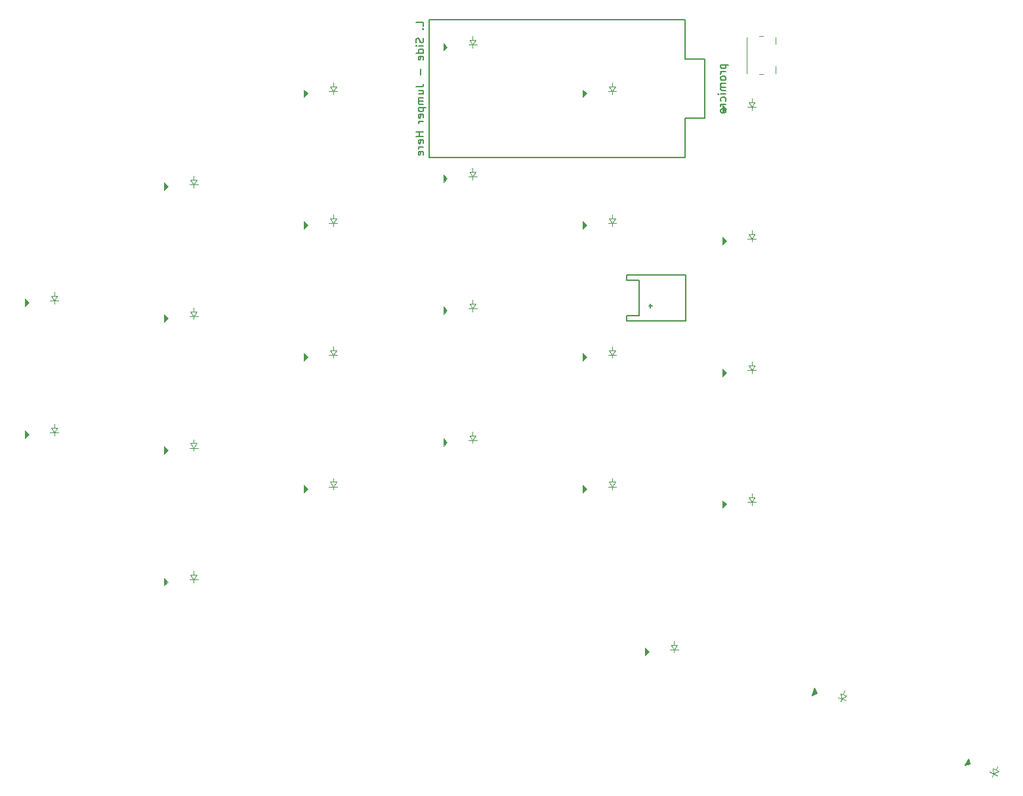
<source format=gbr>
%TF.GenerationSoftware,KiCad,Pcbnew,9.0.6*%
%TF.CreationDate,2025-11-05T17:55:23+01:00*%
%TF.ProjectId,main_pcb,6d61696e-5f70-4636-922e-6b696361645f,v1.0.0*%
%TF.SameCoordinates,Original*%
%TF.FileFunction,Legend,Bot*%
%TF.FilePolarity,Positive*%
%FSLAX46Y46*%
G04 Gerber Fmt 4.6, Leading zero omitted, Abs format (unit mm)*
G04 Created by KiCad (PCBNEW 9.0.6) date 2025-11-05 17:55:23*
%MOMM*%
%LPD*%
G01*
G04 APERTURE LIST*
%ADD10C,0.150000*%
%ADD11C,0.120000*%
%ADD12C,0.100000*%
G04 APERTURE END LIST*
D10*
X175788152Y-87428571D02*
X176788152Y-87428571D01*
X175835771Y-87428571D02*
X175788152Y-87523809D01*
X175788152Y-87523809D02*
X175788152Y-87714285D01*
X175788152Y-87714285D02*
X175835771Y-87809523D01*
X175835771Y-87809523D02*
X175883390Y-87857142D01*
X175883390Y-87857142D02*
X175978628Y-87904761D01*
X175978628Y-87904761D02*
X176264342Y-87904761D01*
X176264342Y-87904761D02*
X176359580Y-87857142D01*
X176359580Y-87857142D02*
X176407200Y-87809523D01*
X176407200Y-87809523D02*
X176454819Y-87714285D01*
X176454819Y-87714285D02*
X176454819Y-87523809D01*
X176454819Y-87523809D02*
X176407200Y-87428571D01*
X176454819Y-88333333D02*
X175788152Y-88333333D01*
X175978628Y-88333333D02*
X175883390Y-88380952D01*
X175883390Y-88380952D02*
X175835771Y-88428571D01*
X175835771Y-88428571D02*
X175788152Y-88523809D01*
X175788152Y-88523809D02*
X175788152Y-88619047D01*
X176454819Y-89095238D02*
X176407200Y-89000000D01*
X176407200Y-89000000D02*
X176359580Y-88952381D01*
X176359580Y-88952381D02*
X176264342Y-88904762D01*
X176264342Y-88904762D02*
X175978628Y-88904762D01*
X175978628Y-88904762D02*
X175883390Y-88952381D01*
X175883390Y-88952381D02*
X175835771Y-89000000D01*
X175835771Y-89000000D02*
X175788152Y-89095238D01*
X175788152Y-89095238D02*
X175788152Y-89238095D01*
X175788152Y-89238095D02*
X175835771Y-89333333D01*
X175835771Y-89333333D02*
X175883390Y-89380952D01*
X175883390Y-89380952D02*
X175978628Y-89428571D01*
X175978628Y-89428571D02*
X176264342Y-89428571D01*
X176264342Y-89428571D02*
X176359580Y-89380952D01*
X176359580Y-89380952D02*
X176407200Y-89333333D01*
X176407200Y-89333333D02*
X176454819Y-89238095D01*
X176454819Y-89238095D02*
X176454819Y-89095238D01*
X176454819Y-89857143D02*
X175788152Y-89857143D01*
X175883390Y-89857143D02*
X175835771Y-89904762D01*
X175835771Y-89904762D02*
X175788152Y-90000000D01*
X175788152Y-90000000D02*
X175788152Y-90142857D01*
X175788152Y-90142857D02*
X175835771Y-90238095D01*
X175835771Y-90238095D02*
X175931009Y-90285714D01*
X175931009Y-90285714D02*
X176454819Y-90285714D01*
X175931009Y-90285714D02*
X175835771Y-90333333D01*
X175835771Y-90333333D02*
X175788152Y-90428571D01*
X175788152Y-90428571D02*
X175788152Y-90571428D01*
X175788152Y-90571428D02*
X175835771Y-90666667D01*
X175835771Y-90666667D02*
X175931009Y-90714286D01*
X175931009Y-90714286D02*
X176454819Y-90714286D01*
X176454819Y-91190476D02*
X175788152Y-91190476D01*
X175454819Y-91190476D02*
X175502438Y-91142857D01*
X175502438Y-91142857D02*
X175550057Y-91190476D01*
X175550057Y-91190476D02*
X175502438Y-91238095D01*
X175502438Y-91238095D02*
X175454819Y-91190476D01*
X175454819Y-91190476D02*
X175550057Y-91190476D01*
X176407200Y-92095237D02*
X176454819Y-91999999D01*
X176454819Y-91999999D02*
X176454819Y-91809523D01*
X176454819Y-91809523D02*
X176407200Y-91714285D01*
X176407200Y-91714285D02*
X176359580Y-91666666D01*
X176359580Y-91666666D02*
X176264342Y-91619047D01*
X176264342Y-91619047D02*
X175978628Y-91619047D01*
X175978628Y-91619047D02*
X175883390Y-91666666D01*
X175883390Y-91666666D02*
X175835771Y-91714285D01*
X175835771Y-91714285D02*
X175788152Y-91809523D01*
X175788152Y-91809523D02*
X175788152Y-91999999D01*
X175788152Y-91999999D02*
X175835771Y-92095237D01*
X176454819Y-92523809D02*
X175788152Y-92523809D01*
X175978628Y-92523809D02*
X175883390Y-92571428D01*
X175883390Y-92571428D02*
X175835771Y-92619047D01*
X175835771Y-92619047D02*
X175788152Y-92714285D01*
X175788152Y-92714285D02*
X175788152Y-92809523D01*
X176454819Y-93285714D02*
X176407200Y-93190476D01*
X176407200Y-93190476D02*
X176359580Y-93142857D01*
X176359580Y-93142857D02*
X176264342Y-93095238D01*
X176264342Y-93095238D02*
X175978628Y-93095238D01*
X175978628Y-93095238D02*
X175883390Y-93142857D01*
X175883390Y-93142857D02*
X175835771Y-93190476D01*
X175835771Y-93190476D02*
X175788152Y-93285714D01*
X175788152Y-93285714D02*
X175788152Y-93428571D01*
X175788152Y-93428571D02*
X175835771Y-93523809D01*
X175835771Y-93523809D02*
X175883390Y-93571428D01*
X175883390Y-93571428D02*
X175978628Y-93619047D01*
X175978628Y-93619047D02*
X176264342Y-93619047D01*
X176264342Y-93619047D02*
X176359580Y-93571428D01*
X176359580Y-93571428D02*
X176407200Y-93523809D01*
X176407200Y-93523809D02*
X176454819Y-93428571D01*
X176454819Y-93428571D02*
X176454819Y-93285714D01*
X137454819Y-82452380D02*
X137454819Y-81976190D01*
X137454819Y-81976190D02*
X136454819Y-81976190D01*
X137359580Y-82785714D02*
X137407200Y-82833333D01*
X137407200Y-82833333D02*
X137454819Y-82785714D01*
X137454819Y-82785714D02*
X137407200Y-82738095D01*
X137407200Y-82738095D02*
X137359580Y-82785714D01*
X137359580Y-82785714D02*
X137454819Y-82785714D01*
X137407200Y-83976190D02*
X137454819Y-84119047D01*
X137454819Y-84119047D02*
X137454819Y-84357142D01*
X137454819Y-84357142D02*
X137407200Y-84452380D01*
X137407200Y-84452380D02*
X137359580Y-84499999D01*
X137359580Y-84499999D02*
X137264342Y-84547618D01*
X137264342Y-84547618D02*
X137169104Y-84547618D01*
X137169104Y-84547618D02*
X137073866Y-84499999D01*
X137073866Y-84499999D02*
X137026247Y-84452380D01*
X137026247Y-84452380D02*
X136978628Y-84357142D01*
X136978628Y-84357142D02*
X136931009Y-84166666D01*
X136931009Y-84166666D02*
X136883390Y-84071428D01*
X136883390Y-84071428D02*
X136835771Y-84023809D01*
X136835771Y-84023809D02*
X136740533Y-83976190D01*
X136740533Y-83976190D02*
X136645295Y-83976190D01*
X136645295Y-83976190D02*
X136550057Y-84023809D01*
X136550057Y-84023809D02*
X136502438Y-84071428D01*
X136502438Y-84071428D02*
X136454819Y-84166666D01*
X136454819Y-84166666D02*
X136454819Y-84404761D01*
X136454819Y-84404761D02*
X136502438Y-84547618D01*
X137454819Y-84976190D02*
X136788152Y-84976190D01*
X136454819Y-84976190D02*
X136502438Y-84928571D01*
X136502438Y-84928571D02*
X136550057Y-84976190D01*
X136550057Y-84976190D02*
X136502438Y-85023809D01*
X136502438Y-85023809D02*
X136454819Y-84976190D01*
X136454819Y-84976190D02*
X136550057Y-84976190D01*
X137454819Y-85880951D02*
X136454819Y-85880951D01*
X137407200Y-85880951D02*
X137454819Y-85785713D01*
X137454819Y-85785713D02*
X137454819Y-85595237D01*
X137454819Y-85595237D02*
X137407200Y-85499999D01*
X137407200Y-85499999D02*
X137359580Y-85452380D01*
X137359580Y-85452380D02*
X137264342Y-85404761D01*
X137264342Y-85404761D02*
X136978628Y-85404761D01*
X136978628Y-85404761D02*
X136883390Y-85452380D01*
X136883390Y-85452380D02*
X136835771Y-85499999D01*
X136835771Y-85499999D02*
X136788152Y-85595237D01*
X136788152Y-85595237D02*
X136788152Y-85785713D01*
X136788152Y-85785713D02*
X136835771Y-85880951D01*
X137407200Y-86738094D02*
X137454819Y-86642856D01*
X137454819Y-86642856D02*
X137454819Y-86452380D01*
X137454819Y-86452380D02*
X137407200Y-86357142D01*
X137407200Y-86357142D02*
X137311961Y-86309523D01*
X137311961Y-86309523D02*
X136931009Y-86309523D01*
X136931009Y-86309523D02*
X136835771Y-86357142D01*
X136835771Y-86357142D02*
X136788152Y-86452380D01*
X136788152Y-86452380D02*
X136788152Y-86642856D01*
X136788152Y-86642856D02*
X136835771Y-86738094D01*
X136835771Y-86738094D02*
X136931009Y-86785713D01*
X136931009Y-86785713D02*
X137026247Y-86785713D01*
X137026247Y-86785713D02*
X137121485Y-86309523D01*
X137073866Y-87976190D02*
X137073866Y-88738095D01*
X136454819Y-90261904D02*
X137169104Y-90261904D01*
X137169104Y-90261904D02*
X137311961Y-90214285D01*
X137311961Y-90214285D02*
X137407200Y-90119047D01*
X137407200Y-90119047D02*
X137454819Y-89976190D01*
X137454819Y-89976190D02*
X137454819Y-89880952D01*
X136788152Y-91166666D02*
X137454819Y-91166666D01*
X136788152Y-90738095D02*
X137311961Y-90738095D01*
X137311961Y-90738095D02*
X137407200Y-90785714D01*
X137407200Y-90785714D02*
X137454819Y-90880952D01*
X137454819Y-90880952D02*
X137454819Y-91023809D01*
X137454819Y-91023809D02*
X137407200Y-91119047D01*
X137407200Y-91119047D02*
X137359580Y-91166666D01*
X137454819Y-91642857D02*
X136788152Y-91642857D01*
X136883390Y-91642857D02*
X136835771Y-91690476D01*
X136835771Y-91690476D02*
X136788152Y-91785714D01*
X136788152Y-91785714D02*
X136788152Y-91928571D01*
X136788152Y-91928571D02*
X136835771Y-92023809D01*
X136835771Y-92023809D02*
X136931009Y-92071428D01*
X136931009Y-92071428D02*
X137454819Y-92071428D01*
X136931009Y-92071428D02*
X136835771Y-92119047D01*
X136835771Y-92119047D02*
X136788152Y-92214285D01*
X136788152Y-92214285D02*
X136788152Y-92357142D01*
X136788152Y-92357142D02*
X136835771Y-92452381D01*
X136835771Y-92452381D02*
X136931009Y-92500000D01*
X136931009Y-92500000D02*
X137454819Y-92500000D01*
X136788152Y-92976190D02*
X137788152Y-92976190D01*
X136835771Y-92976190D02*
X136788152Y-93071428D01*
X136788152Y-93071428D02*
X136788152Y-93261904D01*
X136788152Y-93261904D02*
X136835771Y-93357142D01*
X136835771Y-93357142D02*
X136883390Y-93404761D01*
X136883390Y-93404761D02*
X136978628Y-93452380D01*
X136978628Y-93452380D02*
X137264342Y-93452380D01*
X137264342Y-93452380D02*
X137359580Y-93404761D01*
X137359580Y-93404761D02*
X137407200Y-93357142D01*
X137407200Y-93357142D02*
X137454819Y-93261904D01*
X137454819Y-93261904D02*
X137454819Y-93071428D01*
X137454819Y-93071428D02*
X137407200Y-92976190D01*
X137407200Y-94261904D02*
X137454819Y-94166666D01*
X137454819Y-94166666D02*
X137454819Y-93976190D01*
X137454819Y-93976190D02*
X137407200Y-93880952D01*
X137407200Y-93880952D02*
X137311961Y-93833333D01*
X137311961Y-93833333D02*
X136931009Y-93833333D01*
X136931009Y-93833333D02*
X136835771Y-93880952D01*
X136835771Y-93880952D02*
X136788152Y-93976190D01*
X136788152Y-93976190D02*
X136788152Y-94166666D01*
X136788152Y-94166666D02*
X136835771Y-94261904D01*
X136835771Y-94261904D02*
X136931009Y-94309523D01*
X136931009Y-94309523D02*
X137026247Y-94309523D01*
X137026247Y-94309523D02*
X137121485Y-93833333D01*
X137454819Y-94738095D02*
X136788152Y-94738095D01*
X136978628Y-94738095D02*
X136883390Y-94785714D01*
X136883390Y-94785714D02*
X136835771Y-94833333D01*
X136835771Y-94833333D02*
X136788152Y-94928571D01*
X136788152Y-94928571D02*
X136788152Y-95023809D01*
X137454819Y-96119048D02*
X136454819Y-96119048D01*
X136931009Y-96119048D02*
X136931009Y-96690476D01*
X137454819Y-96690476D02*
X136454819Y-96690476D01*
X137407200Y-97547619D02*
X137454819Y-97452381D01*
X137454819Y-97452381D02*
X137454819Y-97261905D01*
X137454819Y-97261905D02*
X137407200Y-97166667D01*
X137407200Y-97166667D02*
X137311961Y-97119048D01*
X137311961Y-97119048D02*
X136931009Y-97119048D01*
X136931009Y-97119048D02*
X136835771Y-97166667D01*
X136835771Y-97166667D02*
X136788152Y-97261905D01*
X136788152Y-97261905D02*
X136788152Y-97452381D01*
X136788152Y-97452381D02*
X136835771Y-97547619D01*
X136835771Y-97547619D02*
X136931009Y-97595238D01*
X136931009Y-97595238D02*
X137026247Y-97595238D01*
X137026247Y-97595238D02*
X137121485Y-97119048D01*
X137454819Y-98023810D02*
X136788152Y-98023810D01*
X136978628Y-98023810D02*
X136883390Y-98071429D01*
X136883390Y-98071429D02*
X136835771Y-98119048D01*
X136835771Y-98119048D02*
X136788152Y-98214286D01*
X136788152Y-98214286D02*
X136788152Y-98309524D01*
X137407200Y-99023810D02*
X137454819Y-98928572D01*
X137454819Y-98928572D02*
X137454819Y-98738096D01*
X137454819Y-98738096D02*
X137407200Y-98642858D01*
X137407200Y-98642858D02*
X137311961Y-98595239D01*
X137311961Y-98595239D02*
X136931009Y-98595239D01*
X136931009Y-98595239D02*
X136835771Y-98642858D01*
X136835771Y-98642858D02*
X136788152Y-98738096D01*
X136788152Y-98738096D02*
X136788152Y-98928572D01*
X136788152Y-98928572D02*
X136835771Y-99023810D01*
X136835771Y-99023810D02*
X136931009Y-99071429D01*
X136931009Y-99071429D02*
X137026247Y-99071429D01*
X137026247Y-99071429D02*
X137121485Y-98595239D01*
%TO.C,*%
X138220000Y-81610000D02*
X138220000Y-99390000D01*
X138220000Y-99390000D02*
X171240000Y-99390000D01*
X171240000Y-99390000D02*
X171240000Y-94310000D01*
X171240000Y-94310000D02*
X173780000Y-94310000D01*
X173780000Y-94310000D02*
X173780000Y-86690000D01*
X173780000Y-86690000D02*
X171240000Y-86690000D01*
X171240000Y-86690000D02*
X171240000Y-81610000D01*
X171240000Y-81610000D02*
X138220000Y-81610000D01*
D11*
%TO.C,B1*%
X180725000Y-83750000D02*
X181275000Y-83750000D01*
X182850000Y-84775000D02*
X182850000Y-83850000D01*
X182850000Y-88550000D02*
X182850000Y-87625000D01*
X179150000Y-88550000D02*
X179150000Y-83850000D01*
X180725000Y-88650000D02*
X181275000Y-88650000D01*
D12*
%TO.C,D1*%
X107800000Y-153250000D02*
X107800000Y-152750000D01*
X108200000Y-153250000D02*
X107800000Y-153850000D01*
X107400000Y-153250000D02*
X108200000Y-153250000D01*
X107800000Y-153850000D02*
X107400000Y-153250000D01*
X107800000Y-153850000D02*
X108350000Y-153850000D01*
X107800000Y-153850000D02*
X107250000Y-153850000D01*
X107800000Y-154250000D02*
X107800000Y-153850000D01*
%TO.C,D2*%
X107800000Y-136250000D02*
X107800000Y-135750000D01*
X108200000Y-136250000D02*
X107800000Y-136850000D01*
X107400000Y-136250000D02*
X108200000Y-136250000D01*
X107800000Y-136850000D02*
X107400000Y-136250000D01*
X107800000Y-136850000D02*
X108350000Y-136850000D01*
X107800000Y-136850000D02*
X107250000Y-136850000D01*
X107800000Y-137250000D02*
X107800000Y-136850000D01*
%TO.C,D3*%
X107800000Y-119250000D02*
X107800000Y-118750000D01*
X108200000Y-119250000D02*
X107800000Y-119850000D01*
X107400000Y-119250000D02*
X108200000Y-119250000D01*
X107800000Y-119850000D02*
X107400000Y-119250000D01*
X107800000Y-119850000D02*
X108350000Y-119850000D01*
X107800000Y-119850000D02*
X107250000Y-119850000D01*
X107800000Y-120250000D02*
X107800000Y-119850000D01*
%TO.C,D4*%
X107800000Y-102250000D02*
X107800000Y-101750000D01*
X108200000Y-102250000D02*
X107800000Y-102850000D01*
X107400000Y-102250000D02*
X108200000Y-102250000D01*
X107800000Y-102850000D02*
X107400000Y-102250000D01*
X107800000Y-102850000D02*
X108350000Y-102850000D01*
X107800000Y-102850000D02*
X107250000Y-102850000D01*
X107800000Y-103250000D02*
X107800000Y-102850000D01*
%TO.C,D5*%
X125800000Y-141250000D02*
X125800000Y-140750000D01*
X126200000Y-141250000D02*
X125800000Y-141850000D01*
X125400000Y-141250000D02*
X126200000Y-141250000D01*
X125800000Y-141850000D02*
X125400000Y-141250000D01*
X125800000Y-141850000D02*
X126350000Y-141850000D01*
X125800000Y-141850000D02*
X125250000Y-141850000D01*
X125800000Y-142250000D02*
X125800000Y-141850000D01*
%TO.C,D6*%
X125800000Y-124250000D02*
X125800000Y-123750000D01*
X126200000Y-124250000D02*
X125800000Y-124850000D01*
X125400000Y-124250000D02*
X126200000Y-124250000D01*
X125800000Y-124850000D02*
X125400000Y-124250000D01*
X125800000Y-124850000D02*
X126350000Y-124850000D01*
X125800000Y-124850000D02*
X125250000Y-124850000D01*
X125800000Y-125250000D02*
X125800000Y-124850000D01*
%TO.C,D7*%
X125800000Y-107250000D02*
X125800000Y-106750000D01*
X126200000Y-107250000D02*
X125800000Y-107850000D01*
X125400000Y-107250000D02*
X126200000Y-107250000D01*
X125800000Y-107850000D02*
X125400000Y-107250000D01*
X125800000Y-107850000D02*
X126350000Y-107850000D01*
X125800000Y-107850000D02*
X125250000Y-107850000D01*
X125800000Y-108250000D02*
X125800000Y-107850000D01*
%TO.C,D8*%
X125800000Y-90250000D02*
X125800000Y-89750000D01*
X126200000Y-90250000D02*
X125800000Y-90850000D01*
X125400000Y-90250000D02*
X126200000Y-90250000D01*
X125800000Y-90850000D02*
X125400000Y-90250000D01*
X125800000Y-90850000D02*
X126350000Y-90850000D01*
X125800000Y-90850000D02*
X125250000Y-90850000D01*
X125800000Y-91250000D02*
X125800000Y-90850000D01*
%TO.C,D9*%
X143800000Y-135250000D02*
X143800000Y-134750000D01*
X144200000Y-135250000D02*
X143800000Y-135850000D01*
X143400000Y-135250000D02*
X144200000Y-135250000D01*
X143800000Y-135850000D02*
X143400000Y-135250000D01*
X143800000Y-135850000D02*
X144350000Y-135850000D01*
X143800000Y-135850000D02*
X143250000Y-135850000D01*
X143800000Y-136250000D02*
X143800000Y-135850000D01*
%TO.C,D10*%
X143800000Y-118250000D02*
X143800000Y-117750000D01*
X144200000Y-118250000D02*
X143800000Y-118850000D01*
X143400000Y-118250000D02*
X144200000Y-118250000D01*
X143800000Y-118850000D02*
X143400000Y-118250000D01*
X143800000Y-118850000D02*
X144350000Y-118850000D01*
X143800000Y-118850000D02*
X143250000Y-118850000D01*
X143800000Y-119250000D02*
X143800000Y-118850000D01*
%TO.C,D11*%
X143800000Y-101250000D02*
X143800000Y-100750000D01*
X144200000Y-101250000D02*
X143800000Y-101850000D01*
X143400000Y-101250000D02*
X144200000Y-101250000D01*
X143800000Y-101850000D02*
X143400000Y-101250000D01*
X143800000Y-101850000D02*
X144350000Y-101850000D01*
X143800000Y-101850000D02*
X143250000Y-101850000D01*
X143800000Y-102250000D02*
X143800000Y-101850000D01*
%TO.C,D12*%
X143800000Y-84250000D02*
X143800000Y-83750000D01*
X144200000Y-84250000D02*
X143800000Y-84850000D01*
X143400000Y-84250000D02*
X144200000Y-84250000D01*
X143800000Y-84850000D02*
X143400000Y-84250000D01*
X143800000Y-84850000D02*
X144350000Y-84850000D01*
X143800000Y-84850000D02*
X143250000Y-84850000D01*
X143800000Y-85250000D02*
X143800000Y-84850000D01*
%TO.C,D13*%
X161800000Y-141250000D02*
X161800000Y-140750000D01*
X162200000Y-141250000D02*
X161800000Y-141850000D01*
X161400000Y-141250000D02*
X162200000Y-141250000D01*
X161800000Y-141850000D02*
X161400000Y-141250000D01*
X161800000Y-141850000D02*
X162350000Y-141850000D01*
X161800000Y-141850000D02*
X161250000Y-141850000D01*
X161800000Y-142250000D02*
X161800000Y-141850000D01*
%TO.C,D14*%
X161800000Y-124250000D02*
X161800000Y-123750000D01*
X162200000Y-124250000D02*
X161800000Y-124850000D01*
X161400000Y-124250000D02*
X162200000Y-124250000D01*
X161800000Y-124850000D02*
X161400000Y-124250000D01*
X161800000Y-124850000D02*
X162350000Y-124850000D01*
X161800000Y-124850000D02*
X161250000Y-124850000D01*
X161800000Y-125250000D02*
X161800000Y-124850000D01*
%TO.C,D15*%
X161800000Y-107250000D02*
X161800000Y-106750000D01*
X162200000Y-107250000D02*
X161800000Y-107850000D01*
X161400000Y-107250000D02*
X162200000Y-107250000D01*
X161800000Y-107850000D02*
X161400000Y-107250000D01*
X161800000Y-107850000D02*
X162350000Y-107850000D01*
X161800000Y-107850000D02*
X161250000Y-107850000D01*
X161800000Y-108250000D02*
X161800000Y-107850000D01*
%TO.C,D16*%
X161800000Y-90250000D02*
X161800000Y-89750000D01*
X162200000Y-90250000D02*
X161800000Y-90850000D01*
X161400000Y-90250000D02*
X162200000Y-90250000D01*
X161800000Y-90850000D02*
X161400000Y-90250000D01*
X161800000Y-90850000D02*
X162350000Y-90850000D01*
X161800000Y-90850000D02*
X161250000Y-90850000D01*
X161800000Y-91250000D02*
X161800000Y-90850000D01*
%TO.C,D17*%
X179800000Y-143250000D02*
X179800000Y-142750000D01*
X180200000Y-143250000D02*
X179800000Y-143850000D01*
X179400000Y-143250000D02*
X180200000Y-143250000D01*
X179800000Y-143850000D02*
X179400000Y-143250000D01*
X179800000Y-143850000D02*
X180350000Y-143850000D01*
X179800000Y-143850000D02*
X179250000Y-143850000D01*
X179800000Y-144250000D02*
X179800000Y-143850000D01*
%TO.C,D18*%
X179800000Y-126250000D02*
X179800000Y-125750000D01*
X180200000Y-126250000D02*
X179800000Y-126850000D01*
X179400000Y-126250000D02*
X180200000Y-126250000D01*
X179800000Y-126850000D02*
X179400000Y-126250000D01*
X179800000Y-126850000D02*
X180350000Y-126850000D01*
X179800000Y-126850000D02*
X179250000Y-126850000D01*
X179800000Y-127250000D02*
X179800000Y-126850000D01*
%TO.C,D19*%
X179800000Y-109250000D02*
X179800000Y-108750000D01*
X180200000Y-109250000D02*
X179800000Y-109850000D01*
X179400000Y-109250000D02*
X180200000Y-109250000D01*
X179800000Y-109850000D02*
X179400000Y-109250000D01*
X179800000Y-109850000D02*
X180350000Y-109850000D01*
X179800000Y-109850000D02*
X179250000Y-109850000D01*
X179800000Y-110250000D02*
X179800000Y-109850000D01*
%TO.C,D20*%
X179800000Y-92250000D02*
X179800000Y-91750000D01*
X180200000Y-92250000D02*
X179800000Y-92850000D01*
X179400000Y-92250000D02*
X180200000Y-92250000D01*
X179800000Y-92850000D02*
X179400000Y-92250000D01*
X179800000Y-92850000D02*
X180350000Y-92850000D01*
X179800000Y-92850000D02*
X179250000Y-92850000D01*
X179800000Y-93250000D02*
X179800000Y-92850000D01*
%TO.C,D21*%
X89800000Y-134250000D02*
X89800000Y-133750000D01*
X90200000Y-134250000D02*
X89800000Y-134850000D01*
X89400000Y-134250000D02*
X90200000Y-134250000D01*
X89800000Y-134850000D02*
X89400000Y-134250000D01*
X89800000Y-134850000D02*
X90350000Y-134850000D01*
X89800000Y-134850000D02*
X89250000Y-134850000D01*
X89800000Y-135250000D02*
X89800000Y-134850000D01*
%TO.C,D22*%
X89800000Y-117250000D02*
X89800000Y-116750000D01*
X90200000Y-117250000D02*
X89800000Y-117850000D01*
X89400000Y-117250000D02*
X90200000Y-117250000D01*
X89800000Y-117850000D02*
X89400000Y-117250000D01*
X89800000Y-117850000D02*
X90350000Y-117850000D01*
X89800000Y-117850000D02*
X89250000Y-117850000D01*
X89800000Y-118250000D02*
X89800000Y-117850000D01*
%TO.C,D23*%
X169800000Y-162250000D02*
X169800000Y-161750000D01*
X170200000Y-162250000D02*
X169800000Y-162850000D01*
X169400000Y-162250000D02*
X170200000Y-162250000D01*
X169800000Y-162850000D02*
X169400000Y-162250000D01*
X169800000Y-162850000D02*
X170350000Y-162850000D01*
X169800000Y-162850000D02*
X169250000Y-162850000D01*
X169800000Y-163250000D02*
X169800000Y-162850000D01*
%TO.C,D24*%
X191607766Y-168649962D02*
X191762275Y-168174434D01*
X191988189Y-168773569D02*
X191422356Y-169220596D01*
X191227344Y-168526355D02*
X191988189Y-168773569D01*
X191422356Y-169220596D02*
X191227344Y-168526355D01*
X191422356Y-169220596D02*
X191945437Y-169390555D01*
X191422356Y-169220596D02*
X190899275Y-169050636D01*
X191298749Y-169601018D02*
X191422356Y-169220596D01*
%TO.C,D25*%
X211290229Y-178387036D02*
X211524965Y-177945562D01*
X211643408Y-178574825D02*
X211008546Y-178916805D01*
X210937050Y-178199247D02*
X211643408Y-178574825D01*
X211008546Y-178916805D02*
X210937050Y-178199247D01*
X211008546Y-178916805D02*
X211494167Y-179175014D01*
X211008546Y-178916805D02*
X210522925Y-178658595D01*
X210820757Y-179269984D02*
X211008546Y-178916805D01*
%TO.C,LED1*%
X104500000Y-154125000D02*
X104000000Y-154625000D01*
X104000000Y-153625000D01*
X104500000Y-154125000D01*
G36*
X104500000Y-154125000D02*
G01*
X104000000Y-154625000D01*
X104000000Y-153625000D01*
X104500000Y-154125000D01*
G37*
%TO.C,LED2*%
X104500000Y-137125000D02*
X104000000Y-137625000D01*
X104000000Y-136625000D01*
X104500000Y-137125000D01*
G36*
X104500000Y-137125000D02*
G01*
X104000000Y-137625000D01*
X104000000Y-136625000D01*
X104500000Y-137125000D01*
G37*
%TO.C,LED3*%
X104500000Y-120125000D02*
X104000000Y-120625000D01*
X104000000Y-119625000D01*
X104500000Y-120125000D01*
G36*
X104500000Y-120125000D02*
G01*
X104000000Y-120625000D01*
X104000000Y-119625000D01*
X104500000Y-120125000D01*
G37*
%TO.C,LED4*%
X104500000Y-103125000D02*
X104000000Y-103625000D01*
X104000000Y-102625000D01*
X104500000Y-103125000D01*
G36*
X104500000Y-103125000D02*
G01*
X104000000Y-103625000D01*
X104000000Y-102625000D01*
X104500000Y-103125000D01*
G37*
%TO.C,LED5*%
X122500000Y-142125000D02*
X122000000Y-142625000D01*
X122000000Y-141625000D01*
X122500000Y-142125000D01*
G36*
X122500000Y-142125000D02*
G01*
X122000000Y-142625000D01*
X122000000Y-141625000D01*
X122500000Y-142125000D01*
G37*
%TO.C,LED6*%
X122500000Y-125125000D02*
X122000000Y-125625000D01*
X122000000Y-124625000D01*
X122500000Y-125125000D01*
G36*
X122500000Y-125125000D02*
G01*
X122000000Y-125625000D01*
X122000000Y-124625000D01*
X122500000Y-125125000D01*
G37*
%TO.C,LED7*%
X122500000Y-108125000D02*
X122000000Y-108625000D01*
X122000000Y-107625000D01*
X122500000Y-108125000D01*
G36*
X122500000Y-108125000D02*
G01*
X122000000Y-108625000D01*
X122000000Y-107625000D01*
X122500000Y-108125000D01*
G37*
%TO.C,LED8*%
X122500000Y-91125000D02*
X122000000Y-91625000D01*
X122000000Y-90625000D01*
X122500000Y-91125000D01*
G36*
X122500000Y-91125000D02*
G01*
X122000000Y-91625000D01*
X122000000Y-90625000D01*
X122500000Y-91125000D01*
G37*
%TO.C,LED9*%
X140500000Y-136125000D02*
X140000000Y-136625000D01*
X140000000Y-135625000D01*
X140500000Y-136125000D01*
G36*
X140500000Y-136125000D02*
G01*
X140000000Y-136625000D01*
X140000000Y-135625000D01*
X140500000Y-136125000D01*
G37*
%TO.C,LED10*%
X140500000Y-119125000D02*
X140000000Y-119625000D01*
X140000000Y-118625000D01*
X140500000Y-119125000D01*
G36*
X140500000Y-119125000D02*
G01*
X140000000Y-119625000D01*
X140000000Y-118625000D01*
X140500000Y-119125000D01*
G37*
%TO.C,LED11*%
X140500000Y-102125000D02*
X140000000Y-102625000D01*
X140000000Y-101625000D01*
X140500000Y-102125000D01*
G36*
X140500000Y-102125000D02*
G01*
X140000000Y-102625000D01*
X140000000Y-101625000D01*
X140500000Y-102125000D01*
G37*
%TO.C,LED12*%
X140500000Y-85125000D02*
X140000000Y-85625000D01*
X140000000Y-84625000D01*
X140500000Y-85125000D01*
G36*
X140500000Y-85125000D02*
G01*
X140000000Y-85625000D01*
X140000000Y-84625000D01*
X140500000Y-85125000D01*
G37*
%TO.C,LED13*%
X158500000Y-142125000D02*
X158000000Y-142625000D01*
X158000000Y-141625000D01*
X158500000Y-142125000D01*
G36*
X158500000Y-142125000D02*
G01*
X158000000Y-142625000D01*
X158000000Y-141625000D01*
X158500000Y-142125000D01*
G37*
%TO.C,LED14*%
X158500000Y-125125000D02*
X158000000Y-125625000D01*
X158000000Y-124625000D01*
X158500000Y-125125000D01*
G36*
X158500000Y-125125000D02*
G01*
X158000000Y-125625000D01*
X158000000Y-124625000D01*
X158500000Y-125125000D01*
G37*
%TO.C,LED15*%
X158500000Y-108125000D02*
X158000000Y-108625000D01*
X158000000Y-107625000D01*
X158500000Y-108125000D01*
G36*
X158500000Y-108125000D02*
G01*
X158000000Y-108625000D01*
X158000000Y-107625000D01*
X158500000Y-108125000D01*
G37*
%TO.C,LED16*%
X158500000Y-91125000D02*
X158000000Y-91625000D01*
X158000000Y-90625000D01*
X158500000Y-91125000D01*
G36*
X158500000Y-91125000D02*
G01*
X158000000Y-91625000D01*
X158000000Y-90625000D01*
X158500000Y-91125000D01*
G37*
%TO.C,LED17*%
X176500000Y-144125000D02*
X176000000Y-144625000D01*
X176000000Y-143625000D01*
X176500000Y-144125000D01*
G36*
X176500000Y-144125000D02*
G01*
X176000000Y-144625000D01*
X176000000Y-143625000D01*
X176500000Y-144125000D01*
G37*
%TO.C,LED18*%
X176500000Y-127125000D02*
X176000000Y-127625000D01*
X176000000Y-126625000D01*
X176500000Y-127125000D01*
G36*
X176500000Y-127125000D02*
G01*
X176000000Y-127625000D01*
X176000000Y-126625000D01*
X176500000Y-127125000D01*
G37*
%TO.C,LED19*%
X176500000Y-110125000D02*
X176000000Y-110625000D01*
X176000000Y-109625000D01*
X176500000Y-110125000D01*
G36*
X176500000Y-110125000D02*
G01*
X176000000Y-110625000D01*
X176000000Y-109625000D01*
X176500000Y-110125000D01*
G37*
%TO.C,LED20*%
X176500000Y-93125000D02*
X176000000Y-93625000D01*
X176000000Y-92625000D01*
X176500000Y-93125000D01*
G36*
X176500000Y-93125000D02*
G01*
X176000000Y-93625000D01*
X176000000Y-92625000D01*
X176500000Y-93125000D01*
G37*
%TO.C,LED21*%
X86500000Y-135125000D02*
X86000000Y-135625000D01*
X86000000Y-134625000D01*
X86500000Y-135125000D01*
G36*
X86500000Y-135125000D02*
G01*
X86000000Y-135625000D01*
X86000000Y-134625000D01*
X86500000Y-135125000D01*
G37*
%TO.C,LED22*%
X86500000Y-118125000D02*
X86000000Y-118625000D01*
X86000000Y-117625000D01*
X86500000Y-118125000D01*
G36*
X86500000Y-118125000D02*
G01*
X86000000Y-118625000D01*
X86000000Y-117625000D01*
X86500000Y-118125000D01*
G37*
%TO.C,LED23*%
X166500000Y-163125000D02*
X166000000Y-163625000D01*
X166000000Y-162625000D01*
X166500000Y-163125000D01*
G36*
X166500000Y-163125000D02*
G01*
X166000000Y-163625000D01*
X166000000Y-162625000D01*
X166500000Y-163125000D01*
G37*
%TO.C,LED24*%
X188198890Y-168462380D02*
X187568853Y-168783400D01*
X187877870Y-167832343D01*
X188198890Y-168462380D01*
G36*
X188198890Y-168462380D02*
G01*
X187568853Y-168783400D01*
X187877870Y-167832343D01*
X188198890Y-168462380D01*
G37*
%TO.C,LED25*%
X207965714Y-177610359D02*
X207289504Y-177817097D01*
X207758976Y-176934149D01*
X207965714Y-177610359D01*
G36*
X207965714Y-177610359D02*
G01*
X207289504Y-177817097D01*
X207758976Y-176934149D01*
X207965714Y-177610359D01*
G37*
D10*
%TO.C,JST1*%
X165250000Y-119750000D02*
X163650000Y-119750000D01*
X163650000Y-119750000D02*
X163650000Y-120450000D01*
X163650000Y-120450000D02*
X171250000Y-120450000D01*
X171250000Y-120450000D02*
X171250000Y-114550000D01*
X171250000Y-114550000D02*
X163650000Y-114550000D01*
X163650000Y-114550000D02*
X163650000Y-115250000D01*
X163650000Y-115250000D02*
X165250000Y-115250000D01*
X165250000Y-115250000D02*
X165250000Y-119750000D01*
X166500000Y-118500000D02*
X167000000Y-118500000D01*
X166750000Y-118750000D02*
X166750000Y-118250000D01*
%TD*%
M02*

</source>
